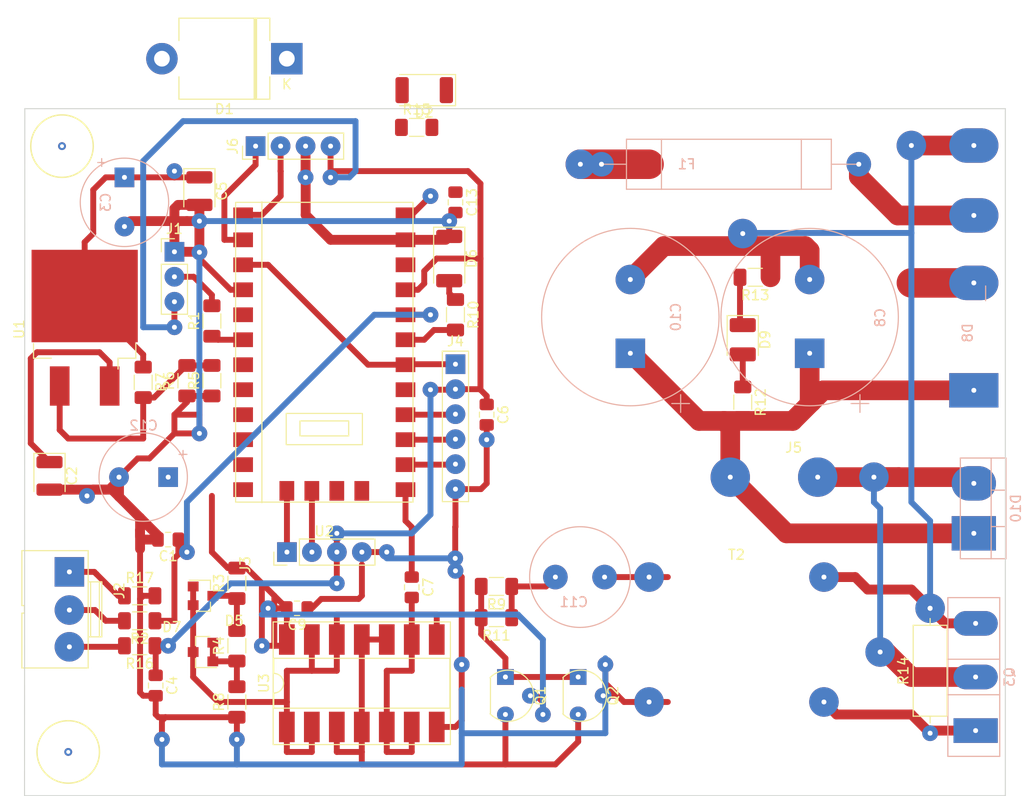
<source format=kicad_pcb>
(kicad_pcb (version 20211014) (generator pcbnew)
  (layers (0 "F.Cu" signal) (31 "B.Cu" signal) (34 "B.Paste" user) (35 "F.Paste" user) (36 "B.SilkS" user "B.Silkscreen") (37 "F.SilkS" user "F.Silkscreen") (38 "B.Mask" user) (39 "F.Mask" user) (44 "Edge.Cuts" user))
  (net 0 "")
  (net 1 "V_Ctrl")
  (net 2 "GND")
  (net 3 "+22V")
  (net 4 "+5V")
  (net 5 "/+14V")
  (net 6 "PWM")
  (net 7 "Net-(C7-Pad2)")
  (net 8 "Net-(C10-Pad1)")
  (net 9 "Net-(Q1-Pad1)")
  (net 10 "Net-(R1-Pad1)")
  (net 11 "Net-(J1-Pad2)")
  (net 12 "Net-(J2-Pad2)")
  (net 13 "Net-(R5-Pad2)")
  (net 14 "Net-(D6-Pad2)")
  (net 15 "Net-(R10-Pad2)")
  (net 16 "GNDPWR")
  (net 17 "Net-(J2-Pad3)")
  (net 18 "Net-(J2-Pad1)")
  (net 19 "Net-(C11-Pad1)")
  (net 20 "MOSI")
  (net 21 "MISO")
  (net 22 "SLK")
  (net 23 "Net-(C11-Pad2)")
  (net 25 "RX")
  (net 26 "TX")
  (net 27 "RST")
  (net 33 "SDA")
  (net 34 "SCL")
  (net 37 "Net-(D5-Pad1)")
  (net 38 "Net-(D7-Pad2)")
  (net 39 "/220V_L")
  (net 40 "AC220V_N")
  (net 42 "Net-(D10-Pad2)")
  (net 43 "AC220V_L")
  (net 44 "Net-(Q1-Pad3)")
  (net 45 "Net-(Q3-Pad1)")
  (net 46 "Net-(D9-Pad1)")
  (net 48 "Net-(D9-Pad2)")
  (net 49 "/+11V")
  (net 50 "Net-(D1-Pad1)")
  (footprint "PCB_Library:TO-263-2" (layer "F.Cu") (at 93.745 68.145 90)
    (fp_text reference "U1")
    (fp_text value "LM317_TO-220")
  )
  (footprint "PCB_Library:TO-92_delta" (layer "F.Cu") (at 143.921728 104.140001 -90)
    (fp_text reference "Q2")
    (fp_text value "BC639")
  )
  (footprint "Capacitor_SMD:C_0805_2012Metric_Pad1.18x1.45mm_HandSolder" (layer "F.Cu") (at 102.235 89.535 180)
    (fp_text reference "C1")
    (fp_text value "10nF")
  )
  (footprint "PCB_Library:TO-92_delta" (layer "F.Cu") (at 136.525 104.140001 -90)
    (fp_text reference "Q1")
    (fp_text value "BC640")
  )
  (footprint "Resistor_SMD:R_1206_3216Metric_Pad1.30x1.75mm_HandSolder" (layer "F.Cu") (at 135.61 97.4725 180)
    (fp_text reference "R11")
    (fp_text value "10")
  )
  (footprint "LED_SMD:LED_1210_3225Metric" (layer "F.Cu") (at 105.41 54.105 -90)
    (fp_text reference "C5")
    (fp_text value "100nF")
  )
  (footprint "PCB_Library:JWT_1x03_P3.96mm_Vertical" (layer "F.Cu") (at 92.19 92.817 -90)
    (fp_text reference "J2")
    (fp_text value "Conn_01x03")
  )
  (footprint "Resistor_SMD:R_1206_3216Metric_Pad1.30x1.75mm_HandSolder" (layer "F.Cu") (at 99.34 97.79 180)
    (fp_text reference "R2")
    (fp_text value "220")
  )
  (footprint "Resistor_SMD:R_1206_3216Metric_Pad1.30x1.75mm_HandSolder" (layer "F.Cu") (at 99.34 95.25)
    (fp_text reference "R17")
    (fp_text value "4.7k")
  )
  (footprint "Capacitor_SMD:C_0805_2012Metric_Pad1.18x1.45mm_HandSolder" (layer "F.Cu") (at 100.965 104.3725 -90)
    (fp_text reference "C4")
    (fp_text value "100nF")
  )
  (footprint "Capacitor_SMD:C_0805_2012Metric_Pad1.18x1.45mm_HandSolder" (layer "F.Cu") (at 131.445 55.245 -90)
    (fp_text reference "C13")
    (fp_text value "100nF")
  )
  (footprint "LED_SMD:LED_2010_5025Metric" (layer "F.Cu") (at 128.27 43.835 180)
    (fp_text reference "D2")
    (fp_text value "LED")
  )
  (footprint "Resistor_SMD:R_1206_3216Metric_Pad1.30x1.75mm_HandSolder" (layer "F.Cu") (at 161.925 62.865 180)
    (fp_text reference "R13")
    (fp_text value "47K")
  )
  (footprint "LED_SMD:LED_2010_5025Metric" (layer "F.Cu") (at 130.81 60.96 -90)
    (fp_text reference "D6")
    (fp_text value "LED")
  )
  (footprint "Resistor_SMD:R_1206_3216Metric_Pad1.30x1.75mm_HandSolder" (layer "F.Cu") (at 99.34 100.33 180)
    (fp_text reference "R16")
    (fp_text value "4.7k")
  )
  (footprint "Resistor_SMD:R_1206_3216Metric_Pad1.30x1.75mm_HandSolder" (layer "F.Cu") (at 104.14 73.38 90)
    (fp_text reference "R6")
    (fp_text value "NC")
  )
  (footprint "PCB_Library:D_SOT-23_ANK" (layer "F.Cu") (at 105.775 95.25)
    (fp_text reference "D5")
    (fp_text value "Bat54")
  )
  (footprint "Resistor_THT:R_Axial_DIN0309_L9.0mm_D3.2mm_P12.70mm_Horizontal" (layer "F.Cu") (at 179.705 109.22 90)
    (fp_text reference "R14")
    (fp_text value "100")
  )
  (footprint "Resistor_SMD:R_1206_3216Metric_Pad1.30x1.75mm_HandSolder" (layer "F.Cu") (at 131.445 66.675 -90)
    (fp_text reference "R10")
    (fp_text value "220")
  )
  (footprint "PCB_Library:GG_Arduino_Pro_MiniEVB" (layer "F.Cu") (at 118.11 70.485 180)
    (fp_text reference "U2")
    (fp_text value "Arduino_Pro_mini")
  )
  (footprint "Resistor_SMD:R_1206_3216Metric_Pad1.30x1.75mm_HandSolder" (layer "F.Cu") (at 109.22 93.98 90)
    (fp_text reference "R3")
    (fp_text value "1K")
  )
  (footprint "PCB_Library:GG_PinHeader_1x04" (layer "F.Cu") (at 114.31 90.805 90)
    (fp_text reference "J3")
    (fp_text value "Conn_01x04")
  )
  (footprint "Diode_THT:D_5KPW_P12.70mm_Horizontal" (layer "F.Cu") (at 114.3 40.64 180)
    (fp_text reference "D1")
    (fp_text value "D")
  )
  (footprint "Resistor_SMD:R_1206_3216Metric_Pad1.30x1.75mm_HandSolder" (layer "F.Cu") (at 127.5 47.625)
    (fp_text reference "R15")
    (fp_text value "220")
  )
  (footprint "PCB_Library:Transformer_Toroid_Horizontal_D18.0mm" (layer "F.Cu") (at 152.4 104.775)
    (fp_text reference "T2")
    (fp_text value "Transformer_1P_1S")
  )
  (footprint "Resistor_SMD:R_1206_3216Metric_Pad1.30x1.75mm_HandSolder" (layer "F.Cu") (at 106.68 67.31 90)
    (fp_text reference "R1")
    (fp_text value "1K")
  )
  (footprint "PCB_Library:MotorConnector_2" (layer "F.Cu") (at 161.925 83.185)
    (fp_text reference "J5")
    (fp_text value "Motor_x02")
  )
  (footprint "Capacitor_SMD:C_0805_2012Metric_Pad1.18x1.45mm_HandSolder" (layer "F.Cu") (at 134.62 76.835 -90)
    (fp_text reference "C6")
    (fp_text value "100nF")
  )
  (footprint "PCB_Library:GG_PinHeader_1x03" (layer "F.Cu") (at 102.87 60.2725)
    (fp_text reference "J1")
    (fp_text value "Conn_01x03")
  )
  (footprint "LED_SMD:LED_1210_3225Metric" (layer "F.Cu") (at 90.17 83.055 -90)
    (fp_text reference "C2")
    (fp_text value "100nF")
  )
  (footprint "Resistor_SMD:R_1206_3216Metric_Pad1.30x1.75mm_HandSolder" (layer "F.Cu") (at 109.22 106.045 90)
    (fp_text reference "R8")
    (fp_text value "1K")
  )
  (footprint "Resistor_SMD:R_1206_3216Metric_Pad1.30x1.75mm_HandSolder" (layer "F.Cu") (at 160.655 75.565 -90)
    (fp_text reference "R12")
    (fp_text value "47K")
  )
  (footprint "PCB_Library:D_SOT-23_ANK" (layer "F.Cu") (at 105.775 100.965 180)
    (fp_text reference "D7")
    (fp_text value "Bat54")
  )
  (footprint "Resistor_SMD:R_1206_3216Metric_Pad1.30x1.75mm_HandSolder" (layer "F.Cu") (at 106.68 73.38 90)
    (fp_text reference "R5")
    (fp_text value "2.2K")
  )
  (footprint "LED_SMD:LED_1210_3225Metric_Pad1.42x2.65mm_HandSolder" (layer "F.Cu") (at 160.655 69.215 -90)
    (fp_text reference "D9")
    (fp_text value "LED")
  )
  (footprint "Capacitor_SMD:C_0805_2012Metric_Pad1.18x1.45mm_HandSolder" (layer "F.Cu") (at 115.3375 96.52 180)
    (fp_text reference "C9")
    (fp_text value "100nF")
  )
  (footprint "Resistor_SMD:R_1206_3216Metric_Pad1.30x1.75mm_HandSolder" (layer "F.Cu") (at 109.22 100.33 90)
    (fp_text reference "R4")
    (fp_text value "1K")
  )
  (footprint "PCB_Library:GG_PinHeader_1x06" (layer "F.Cu") (at 131.445 71.7025)
    (fp_text reference "J4")
    (fp_text value "Conn_01x06")
  )
  (footprint "PCB_Library:GG_PinHeader_1x04" (layer "F.Cu") (at 111.125 49.53 90)
    (fp_text reference "J6")
    (fp_text value "Conn_01x04")
  )
  (footprint "Resistor_SMD:R_1206_3216Metric_Pad1.30x1.75mm_HandSolder" (layer "F.Cu") (at 135.61 94.2975 180)
    (fp_text reference "R9")
    (fp_text value "10")
  )
  (footprint "Package_DIP:DIP-14_W8.89mm_SMDSocket_LongPads" (layer "F.Cu") (at 121.92 104.14 90)
    (fp_text reference "U3")
    (fp_text value "4071")
  )
  (footprint "Resistor_SMD:R_1206_3216Metric_Pad1.30x1.75mm_HandSolder" (layer "F.Cu") (at 99.695 73.545 -90)
    (fp_text reference "R7")
    (fp_text value "220")
  )
  (footprint "Capacitor_SMD:C_0805_2012Metric_Pad1.18x1.45mm_HandSolder" (layer "F.Cu") (at 127 94.3825 -90)
    (fp_text reference "C7")
    (fp_text value "47nF")
  )
  (footprint "Package_TO_SOT_THT:TO-247-3_Vertical" (layer "B.Cu") (at 184.33 108.955 90)
    (fp_text reference "Q3")
    (fp_text value "Q_NMOS_GDS")
  )
  (footprint "PCB_Library:CP_Radial_D18.0mm_P7.50mm" (layer "B.Cu") (at 167.457182 70.591781 90)
    (fp_text reference "C8")
    (fp_text value "100mf")
  )
  (footprint "PCB_Library:CP_Radial_D18.0mm_P7.50mm" (layer "B.Cu") (at 149.225 70.591781 90)
    (fp_text reference "C10")
    (fp_text value "100mf")
  )
  (footprint "PCB_Library:CP_Radial_D8.0mm_P5.00mm" (layer "B.Cu") (at 102.235 83.185 180)
    (fp_text reference "C12")
    (fp_text value "1000mF")
  )
  (footprint "PCB_Library:CP_Radial_D8.0mm_P5.00mm" (layer "B.Cu") (at 97.79 52.705 -90)
    (fp_text reference "C3")
    (fp_text value "220mF")
  )
  (footprint "PCB_Library:Diode_Bridge_300V" (layer "B.Cu") (at 184.15 67.2465 90)
    (fp_text reference "D8")
    (fp_text value "D_Bridge_-AA+")
  )
  (footprint "PCB_Library:D_TO-220-2_Vertical" (layer "B.Cu") (at 184.15 88.9 90)
    (fp_text reference "D10")
    (fp_text value "RHRP15120")
  )
  (footprint "PCB_Library:Fuse_5X20" (layer "B.Cu") (at 146.292 51.3715)
    (fp_text reference "F1")
    (fp_text value "Fuse")
  )
  (footprint "PCB_Library:C_Film_5.08" (layer "B.Cu") (at 141.605 93.345)
    (fp_text reference "C11")
    (fp_text value "4.7uF")
  )
  (gr_circle (center 92.075 111.125) (end 93.98 113.665) (layer "F.SilkS") (width 0.15) (fill none))
  (gr_circle (center 91.44 49.53) (end 93.345 52.07) (layer "F.SilkS") (width 0.15) (fill none))
  (gr_line (start 187.352349 115.57) (end 87.63 115.57) (layer "Edge.Cuts") (width 0.1))
  (gr_line (start 87.657349 45.72) (end 187.352349 45.72) (layer "Edge.Cuts") (width 0.1))
  (gr_line (start 87.63 115.57) (end 87.657349 45.72) (layer "Edge.Cuts") (width 0.1))
  (gr_line (start 187.352349 115.57) (end 187.352349 45.72) (layer "Edge.Cuts") (width 0.1))
  (via (at 92.075 111.125) (size 0.8) (drill 0.4) (layers "F.Cu" "B.Cu") (net 0))
  (via (at 91.44 49.53) (size 0.8) (drill 0.4) (layers "F.Cu" "B.Cu") (net 0))
  (segment (start 102.87 97.79) (end 100.89 97.79) (width 0.6) (layer "F.Cu") (net 1))
  (segment (start 103.2725 89.535) (end 103.2725 91.0375) (width 0.6) (layer "F.Cu") (net 1))
  (segment (start 103.505 90.805) (end 103.2725 91.0375) (width 0.6) (layer "F.Cu") (net 1))
  (segment (start 103.2725 91.0375) (end 102.87 91.44) (width 0.6) (layer "F.Cu") (net 1))
  (segment (start 104.14 90.805) (end 103.505 90.805) (width 0.6) (layer "F.Cu") (net 1))
  (segment (start 102.87 91.44) (end 102.87 97.79) (width 0.6) (layer "F.Cu") (net 1))
  (segment (start 126.365 66.675) (end 128.905 66.675) (width 0.6) (layer "F.Cu") (net 1))
  (via (at 128.905 66.675) (size 1.6) (drill 0.5) (layers "F.Cu" "B.Cu") (net 1))
  (via (at 104.14 90.805) (size 1.6) (drill 0.5) (layers "F.Cu" "B.Cu") (net 1))
  (segment (start 123.19 66.675) (end 104.14 85.725) (width 0.6) (layer "B.Cu") (net 1))
  (segment (start 104.14 85.725) (end 104.14 90.805) (width 0.6) (layer "B.Cu") (net 1))
  (segment (start 128.905 66.675) (end 123.19 66.675) (width 0.6) (layer "B.Cu") (net 1))
  (segment (start 132.08 104.775) (end 132.08 107.95) (width 0.6) (layer "F.Cu") (net 2))
  (segment (start 146.685 104.14) (end 146.685 105.186729) (width 0.6) (layer "F.Cu") (net 2))
  (segment (start 101.1975 89.535) (end 99.695 89.535) (width 1) (layer "F.Cu") (net 2))
  (segment (start 101.1975 89.1325) (end 101.1975 89.535) (width 1) (layer "F.Cu") (net 2))
  (segment (start 116.375 96.52) (end 116.84 96.52) (width 0.6) (layer "F.Cu") (net 2))
  (segment (start 102.87 76.835) (end 105.41 76.835) (width 0.6) (layer "F.Cu") (net 2))
  (segment (start 109.855 64.135) (end 108.585 64.135) (width 0.6) (layer "F.Cu") (net 2))
  (segment (start 99.3775 87.3125) (end 101.1975 89.1325) (width 1) (layer "F.Cu") (net 2))
  (segment (start 132.08 93.345) (end 132.08 104.775) (width 0.6) (layer "F.Cu") (net 2))
  (segment (start 121.93 95.24) (end 121.93 92.075) (width 0.6) (layer "F.Cu") (net 2))
  (segment (start 99.695 105.41) (end 99.3775 105.0925) (width 0.6) (layer "F.Cu") (net 2))
  (segment (start 121.6025 95.5675) (end 117.7925 95.5675) (width 0.6) (layer "F.Cu") (net 2))
  (segment (start 104.14 57.15) (end 98.425 57.15) (width 1) (layer "F.Cu") (net 2))
  (segment (start 100.965 105.41) (end 99.695 105.41) (width 0.6) (layer "F.Cu") (net 2))
  (segment (start 131.445 88.216328) (end 131.445 84.4025) (width 0.6) (layer "F.Cu") (net 2))
  (segment (start 99.695 89.535) (end 99.3775 89.2175) (width 0.6) (layer "F.Cu") (net 2))
  (segment (start 96.52 84.455) (end 97.235 85.17) (width 1) (layer "F.Cu") (net 2))
  (segment (start 147.955 105.41) (end 146.685 104.14) (width 0.6) (layer "F.Cu") (net 2))
  (segment (start 131.445 92.71) (end 132.08 93.345) (width 0.6) (layer "F.Cu") (net 2))
  (segment (start 116.215 52.07) (end 116.205 52.06) (width 1) (layer "F.Cu") (net 2))
  (segment (start 102.87 60.2725) (end 102.87 57.785) (width 1) (layer "F.Cu") (net 2))
  (segment (start 102.87 57.785) (end 102.87 55.88) (width 1) (layer "F.Cu") (net 2))
  (segment (start 99.3775 105.0925) (end 99.3775 95.5675) (width 0.6) (layer "F.Cu") (net 2))
  (segment (start 101.245 107.595) (end 101.955 107.595) (width 0.6) (layer "F.Cu") (net 2))
  (segment (start 130.81 57.15) (end 130.81 58.71) (width 0.6) (layer "F.Cu") (net 2))
  (segment (start 103.505 57.15) (end 104.14 57.15) (width 0.6) (layer "F.Cu") (net 2))
  (segment (start 116.205 52.06) (end 116.205 49.53) (width 1) (layer "F.Cu") (net 2))
  (segment (start 132.08 107.95) (end 131.445 108.585) (width 0.6) (layer "F.Cu") (net 2))
  (segment (start 104.7225 60.2725) (end 102.87 60.2725) (width 1) (layer "F.Cu") (net 2))
  (segment (start 105.41 74.93) (end 104.14 74.93) (width 0.6) (layer "F.Cu") (net 2))
  (segment (start 129.54 108.585) (end 131.445 108.585) (width 0.6) (layer "F.Cu") (net 2))
  (segment (start 117.7925 95.5675) (end 116.84 96.52) (width 0.6) (layer "F.Cu") (net 2))
  (segment (start 97.235 83.185) (end 97.235 85.17) (width 1) (layer "F.Cu") (net 2))
  (segment (start 100.89 95.25) (end 99.695 95.25) (width 0.6) (layer "F.Cu") (net 2))
  (segment (start 100.965 105.41) (end 100.965 107.315) (width 0.6) (layer "F.Cu") (net 2))
  (segment (start 121.93 90.805) (end 123.825 90.805) (width 0.6) (layer "F.Cu") (net 2))
  (segment (start 90.17 84.455) (end 94.615 84.455) (width 1) (layer "F.Cu") (net 2))
  (segment (start 130.465 59.055) (end 130.81 58.71) (width 0.6) (layer "F.Cu") (net 2))
  (segment (start 105.41 57.15) (end 105.41 55.505) (width 1) (layer "F.Cu") (net 2))
  (segment (start 131.445 84.4025) (end 134.0375 84.4025) (width 0.6) (layer "F.Cu") (net 2))
  (segment (start 134.0375 84.4025) (end 134.62 83.82) (width 0.6) (layer "F.Cu") (net 2))
  (segment (start 105.41 57.15) (end 105.41 60.325) (width 1) (layer "F.Cu") (net 2))
  (segment (start 99.3775 88.5825) (end 99.3775 90.4875) (width 1) (layer "F.Cu") (net 2))
  (segment (start 131.420664 91.44) (end 131.420664 88.240664) (width 0.6) (layer "F.Cu") (net 2))
  (segment (start 108.585 64.135) (end 104.7225 60.2725) (width 0.6) (layer "F.Cu") (net 2))
  (segment (start 96.52 84.455) (end 95.965 84.455) (width 0.6) (layer "F.Cu") (net 2))
  (segment (start 146.685 102.235) (end 146.685 104.14) (width 0.6) (layer "F.Cu") (net 2))
  (segment (start 104.14 57.15) (end 105.41 57.15) (width 1) (layer "F.Cu") (net 2))
  (segment (start 134.62 83.82) (end 134.62 77.8725) (width 0.6) (layer "F.Cu") (net 2))
  (segment (start 99.3775 88.5825) (end 99.3775 89.2175) (width 1) (layer "F.Cu") (net 2))
  (segment (start 116.215 56.525) (end 118.745 59.055) (width 1) (layer "F.Cu") (net 2))
  (segment (start 103.245 55.505) (end 102.87 55.88) (width 1) (layer "F.Cu") (net 2))
  (segment (start 109.22 107.595) (end 109.22 109.855) (width 0.6) (layer "F.Cu") (net 2))
  (segment (start 97.235 83.185) (end 99.14 81.28) (width 0.6) (layer "F.Cu") (net 2))
  (segment (start 102.87 76.835) (end 104.14 75.565) (width 0.6) (layer "F.Cu") (net 2))
  (segment (start 106.68 74.93) (end 105.41 74.93) (width 0.6) (layer "F.Cu") (net 2))
  (segment (start 95.965 84.455) (end 97.235 83.185) (width 0.6) (layer "F.Cu") (net 2))
  (segment (start 101.6 109.855) (end 101.6 107.95) (width 0.6) (layer "F.Cu") (net 2))
  (segment (start 100.33 81.28) (end 102.87 78.74) (width 0.6) (layer "F.Cu") (net 2))
  (segment (start 116.215 56.525) (end 116.215 52.07) (width 1) (layer "F.Cu") (net 2))
  (segment (start 99.3775 87.3125) (end 99.3775 88.5825) (width 1) (layer "F.Cu") (net 2))
  (segment (start 99.3775 90.4875) (end 99.3775 89.2175) (width 0.6) (layer "F.Cu") (net 2))
  (segment (start 94.615 84.455) (end 96.52 84.455) (width 1) (layer "F.Cu") (net 2))
  (segment (start 99.14 81.28) (end 100.33 81.28) (width 0.6) (layer "F.Cu") (net 2))
  (segment (start 99.695 95.25) (end 99.3775 95.5675) (width 0.6) (layer "F.Cu") (net 2))
  (segment (start 101.955 107.595) (end 109.22 107.595) (width 0.6) (layer "F.Cu") (net 2))
  (segment (start 94.615 84.455) (end 95.965 84.455) (width 1) (layer "F.Cu") (net 2))
  (segment (start 99.3775 95.5675) (end 99.3775 90.4875) (width 0.6) (layer "F.Cu") (net 2))
  (segment (start 102.87 57.785) (end 103.505 57.15) (width 0.6) (layer "F.Cu") (net 2))
  (segment (start 126.365 59.055) (end 118.745 59.055) (width 1) (layer "F.Cu") (net 2))
  (segment (start 105.41 55.505) (end 103.245 55.505) (width 1) (layer "F.Cu") (net 2))
  (segment (start 121.6025 95.5675) (end 121.93 95.24) (width 0.6) (layer "F.Cu") (net 2))
  (segment (start 131.420664 88.240664) (end 131.445 88.216328) (width 0.6) (layer "F.Cu") (net 2))
  (segment (start 105.41 78.74) (end 102.87 78.74) (width 0.6) (layer "F.Cu") (net 2))
  (segment (start 104.14 75.565) (end 104.14 74.93) (width 0.6) (layer "F.Cu") (net 2))
  (segment (start 102.87 78.74) (end 102.87 76.835) (width 0.6) (layer "F.Cu") (net 2))
  (segment (start 147.955001 105.410001) (end 147.955 105.41) (width 0.6) (layer "F.Cu") (net 2))
  (segment (start 148.59 106.045) (end 153.035 106.045) (width 0.6) (layer "F.Cu") (net 2))
  (segment (start 97.235 85.17) (end 99.3775 87.3125) (width 1) (layer "F.Cu") (net 2))
  (segment (start 105.41 74.93) (end 105.41 78.74) (width 0.6) (layer "F.Cu") (net 2))
  (segment (start 100.965 107.315) (end 101.245 107.595) (width 0.6) (layer "F.Cu") (net 2))
  (segment (start 146.685 105.186729) (end 146.461728 105.410001) (width 0.6) (layer "F.Cu") (net 2))
  (segment (start 126.365 59.055) (end 130.465 59.055) (width 1) (layer "F.Cu") (net 2))
  (segment (start 147.955 105.41) (end 148.59 106.045) (width 0.6) (layer "F.Cu") (net 2))
  (segment (start 146.461728 105.410001) (end 147.955001 105.410001) (width 0.6) (layer "F.Cu") (net 2))
  (segment (start 101.6 107.95) (end 101.955 107.595) (width 0.6) (layer "F.Cu") (net 2))
  (via (at 131.420664 91.44) (size 1.6) (drill 0.5) (layers "F.Cu" "B.Cu") (net 2))
  (via (at 116.205 52.705) (size 1.6) (drill 0.5) (layers "F.Cu" "B.Cu") (net 2))
  (via (at 93.98 85.09) (size 1.6) (drill 0.5) (layers "F.Cu" "B.Cu") (net 2))
  (via (at 101.6 109.855) (size 1.6) (drill 0.5) (layers "F.Cu" "B.Cu") (net 2))
  (via (at 105.41 78.74) (size 1.6) (drill 0.5) (layers "F.Cu" "B.Cu") (net 2))
  (via (at 109.22 109.855) (size 1.6) (drill 0.5) (layers "F.Cu" "B.Cu") (net 2))
  (via (at 134.62 79.375) (size 1.6) (drill 0.5) (layers "F.Cu" "B.Cu") (net 2))
  (via (at 124.46 90.805) (size 1.6) (drill 0.5) (layers "F.Cu" "B.Cu") (net 2))
  (via (at 130.81 57.15) (size 1.6) (drill 0.5) (layers "F.Cu" "B.Cu") (net 2))
  (via (at 105.41 57.15) (size 1.6) (drill 0.5) (layers "F.Cu" "B.Cu") (net 2))
  (via (at 131.445 92.71) (size 1.6) (drill 0.5) (layers "F.Cu" "B.Cu") (net 2))
  (via (at 105.41 60.325) (size 1.6) (drill 0.5) (layers "F.Cu" "B.Cu") (net 2))
  (via (at 146.685 102.235) (size 1.6) (drill 0.5) (layers "F.Cu" "B.Cu") (net 2))
  (via (at 132.08 102.235) (size 1.6) (drill 0.5) (layers "F.Cu" "B.Cu") (net 2))
  (segment (start 101.6 112.395) (end 101.6 109.855) (width 0.6) (layer "B.Cu") (net 2))
  (segment (start 132.08 109.22) (end 146.685 109.22) (width 0.6) (layer "B.Cu") (net 2))
  (segment (start 146.685 109.22) (end 146.685 101.6) (width 0.6) (layer "B.Cu") (net 2))
  (segment (start 105.41 60.325) (end 105.41 78.74) (width 0.6) (layer "B.Cu") (net 2))
  (segment (start 131.420664 91.44) (end 124.46 91.44) (width 0.6) (layer "B.Cu") (net 2))
  (segment (start 109.22 109.855) (end 109.22 112.395) (width 0.6) (layer "B.Cu") (net 2))
  (segment (start 132.08 112.395) (end 109.22 112.395) (width 0.6) (layer "B.Cu") (net 2))
  (segment (start 109.22 112.395) (end 101.6 112.395) (width 0.6) (layer "B.Cu") (net 2))
  (segment (start 132.08 112.395) (end 132.08 104.775) (width 0.6) (layer "B.Cu") (net 2))
  (segment (start 105.41 57.15) (end 130.81 57.15) (width 0.6) (layer "B.Cu") (net 2))
  (segment (start 88.9 70.485) (end 88.265 71.12) (width 0.6) (layer "F.Cu") (net 3))
  (segment (start 96.285 71.52) (end 95.25 70.485) (width 0.6) (layer "F.Cu") (net 3))
  (segment (start 88.265 79.75) (end 90.17 81.655) (width 0.6) (layer "F.Cu") (net 3))
  (segment (start 95.25 70.485) (end 88.9 70.485) (width 0.6) (layer "F.Cu") (net 3))
  (segment (start 96.285 73.92) (end 96.285 71.52) (width 0.6) (layer "F.Cu") (net 3))
  (segment (start 88.265 71.12) (end 88.265 79.75) (width 0.6) (layer "F.Cu") (net 3))
  (segment (start 128.905 74.295) (end 131.3925 74.295) (width 0.6) (layer "F.Cu") (net 4))
  (segment (start 133.985 60.96) (end 133.985 53.34) (width 0.6) (layer "F.Cu") (net 4))
  (segment (start 133.985 53.34) (end 132.715 52.07) (width 0.6) (layer "F.Cu") (net 4))
  (segment (start 119.38 90.815) (end 119.38 93.98) (width 0.6) (layer "F.Cu") (net 4))
  (segment (start 133.985 60.96) (end 129.54 60.96) (width 0.6) (layer "F.Cu") (net 4))
  (segment (start 100.965 100.405) (end 100.89 100.33) (width 0.6) (layer "F.Cu") (net 4))
  (segment (start 134.62 74.93) (end 134.62 75.7975) (width 0.6) (layer "F.Cu") (net 4))
  (segment (start 118.745 52.08) (end 118.755 52.07) (width 0.6) (layer "F.Cu") (net 4))
  (segment (start 119.38 90.795) (end 119.39 90.805) (width 0.6) (layer "F.Cu") (net 4))
  (segment (start 118.755 52.07) (end 132.715 52.07) (width 0.6) (layer "F.Cu") (net 4))
  (segment (start 133.9325 74.2425) (end 131.445 74.2425) (width 0.6) (layer "F.Cu") (net 4))
  (segment (start 131.3925 74.295) (end 131.445 74.2425) (width 0.6) (layer "F.Cu") (net 4))
  (segment (start 118.745 52.705) (end 118.745 52.08) (width 0.6) (layer "F.Cu") (net 4))
  (segment (start 133.985 74.295) (end 134.62 74.93) (width 0.6) (layer "F.Cu") (net 4))
  (segment (start 128.27 63.5) (end 127.635 64.135) (width 0.6) (layer "F.Cu") (net 4))
  (segment (start 129.54 60.96) (end 128.27 62.23) (width 0.6) (layer "F.Cu") (net 4))
  (segment (start 119.38 88.9) (end 119.38 90.795) (width 0.6) (layer "F.Cu") (net 4))
  (segment (start 102.87 65.3525) (end 102.87 67.945) (width 0.6) (layer "F.Cu") (net 4))
  (segment (start 100.89 100.33) (end 102.235 100.33) (width 0.6) (layer "F.Cu") (net 4))
  (segment (start 127.635 64.135) (end 126.365 64.135) (width 0.6) (layer "F.Cu") (net 4))
  (segment (start 133.985 60.96) (end 133.985 74.295) (width 0.6) (layer "F.Cu") (net 4))
  (segment (start 119.39 90.805) (end 119.38 90.815) (width 0.6) (layer "F.Cu") (net 4))
  (segment (start 100.965 103.335) (end 100.965 100.405) (width 0.6) (layer "F.Cu") (net 4))
  (segment (start 118.745 52.08) (end 118.745 49.53) (width 0.6) (layer "F.Cu") (net 4))
  (segment (start 128.27 62.23) (end 128.27 63.5) (width 0.6) (layer "F.Cu") (net 4))
  (via (at 102.87 67.945) (size 1.6) (drill 0.5) (layers "F.Cu" "B.Cu") (net 4))
  (via (at 118.745 52.705) (size 1.6) (drill 0.5) (layers "F.Cu" "B.Cu") (net 4))
  (via (at 119.38 93.98) (size 1.6) (drill 0.5) (layers "F.Cu" "B.Cu") (net 4))
  (via (at 119.38 88.9) (size 1.6) (drill 0.5) (layers "F.Cu" "B.Cu") (net 4))
  (via (at 102.235 100.33) (size 1.6) (drill 0.5) (layers "F.Cu" "B.Cu") (net 4))
  (via (at 128.905 74.295) (size 1.6) (drill 0.5) (layers "F.Cu" "B.Cu") (net 4))
  (segment (start 121.285 46.99) (end 121.285 52.07) (width 0.6) (layer "B.Cu") (net 4))
  (segment (start 128.905 86.995) (end 128.905 74.295) (width 0.6) (layer "B.Cu") (net 4))
  (segment (start 108.585 93.98) (end 119.38 93.98) (width 0.6) (layer "B.Cu") (net 4))
  (segment (start 99.695 67.945) (end 99.695 51.042671) (width 0.6) (layer "B.Cu") (net 4))
  (segment (start 99.695 51.042671) (end 103.747671 46.99) (width 0.6) (layer "B.Cu") (net 4))
  (segment (start 127 88.9) (end 119.38 88.9) (width 0.6) (layer "B.Cu") (net 4))
  (segment (start 120.65 52.705) (end 118.745 52.705) (width 0.6) (layer "B.Cu") (net 4))
  (segment (start 102.87 67.945) (end 99.695 67.945) (width 0.6) (layer "B.Cu") (net 4))
  (segment (start 102.235 100.33) (end 108.585 93.98) (width 0.6) (layer "B.Cu") (net 4))
  (segment (start 103.747671 46.99) (end 121.285 46.99) (width 0.6) (layer "B.Cu") (net 4))
  (segment (start 121.285 52.07) (end 120.65 52.705) (width 0.6) (layer "B.Cu") (net 4))
  (segment (start 128.905 86.995) (end 127 88.9) (width 0.6) (layer "B.Cu") (net 4))
  (segment (start 111.76 100.33) (end 113.665 100.33) (width 0.6) (layer "F.Cu") (net 5))
  (segment (start 113.665 100.33) (end 114.3 99.695) (width 0.6) (layer "F.Cu") (net 5))
  (segment (start 113.03 100.33) (end 113.03 95.25) (width 0.6) (layer "F.Cu") (net 5))
  (segment (start 114.3 96.52) (end 114.3 99.695) (width 0.6) (layer "F.Cu") (net 5))
  (segment (start 113.03 95.25) (end 114.3 96.52) (width 0.6) (layer "F.Cu") (net 5))
  (segment (start 102.87 52.705) (end 97.79 52.705) (width 0.6) (layer "F.Cu") (net 5))
  (segment (start 139.7 105.41) (end 140.335 106.045) (width 0.6) (layer "F.Cu") (net 5))
  (segment (start 108.305 92.43) (end 109.22 92.43) (width 0.6) (layer "F.Cu") (net 5))
  (segment (start 114.3 96.52) (end 112.395 96.52) (width 0.6) (layer "F.Cu") (net 5))
  (segment (start 109.22 92.43) (end 110.21 92.43) (width 0.6) (layer "F.Cu") (net 5))
  (segment (start 139.065 105.410001) (end 139.7 105.41) (width 0.6) (layer "F.Cu") (net 5))
  (segment (start 93.745 59.29) (end 93.745 64.77) (width 0.6) (layer "F.Cu") (net 5))
  (segment (start 106.68 90.805) (end 108.305 92.43) (width 0.6) (layer "F.Cu") (net 5))
  (segment (start 99.695 71.995) (end 99.695 70.72) (width 0.6) (layer "F.Cu") (net 5))
  (segment (start 111.76 97.155) (end 112.395 96.52) (width 0.6) (layer "F.Cu") (net 5))
  (segment (start 102.87 52.705) (end 102.87 52.07) (width 0.6) (layer "F.Cu") (net 5))
  (segment (start 99.695 70.72) (end 93.745 64.77) (width 0.6) (layer "F.Cu") (net 5))
  (segment (start 95.885 52.705) (end 94.615 53.975) (width 0.6) (layer "F.Cu") (net 5))
  (segment (start 105.41 52.705) (end 102.87 52.705) (width 0.6) (layer "F.Cu") (net 5))
  (segment (start 94.615 53.975) (end 94.615 58.42) (width 0.6) (layer "F.Cu") (net 5))
  (segment (start 111.76 93.98) (end 113.03 95.25) (width 0.6) (layer "F.Cu") (net 5))
  (segment (start 106.68 85.09) (end 106.68 90.805) (width 0.6) (layer "F.Cu") (net 5))
  (segment (start 110.21 92.43) (end 111.76 93.98) (width 0.6) (layer "F.Cu") (net 5))
  (segment (start 140.335 106.045) (end 140.335 107.315) (width 0.6) (layer "F.Cu") (net 5))
  (segment (start 94.615 58.42) (end 93.745 59.29) (width 0.6) (layer "F.Cu") (net 5))
  (segment (start 97.79 52.705) (end 95.885 52.705) (width 0.6) (layer "F.Cu") (net 5))
  (segment (start 111.76 100.33) (end 111.76 93.98) (width 0.6) (layer "F.Cu") (net 5))
  (via (at 140.335 107.315) (size 1.6) (drill 0.5) (layers "F.Cu" "B.Cu") (net 5))
  (via (at 112.395 96.52) (size 1.6) (drill 0.5) (layers "F.Cu" "B.Cu") (net 5))
  (via (at 102.87 52.07) (size 1.6) (drill 0.5) (layers "F.Cu" "B.Cu") (net 5))
  (via (at 111.76 100.33) (size 1.6) (drill 0.5) (layers "F.Cu" "B.Cu") (net 5))
  (segment (start 111.76 97.155) (end 137.795 97.155) (width 0.6) (layer "B.Cu") (net 5))
  (segment (start 140.335 99.695) (end 137.795 97.155) (width 0.6) (layer "B.Cu") (net 5))
  (segment (start 140.335 107.315) (end 140.335 99.695) (width 0.6) (layer "B.Cu") (net 5))
  (segment (start 126.365 87.63) (end 126.365 84.455) (width 0.6) (layer "F.Cu") (net 6))
  (segment (start 127 88.265) (end 127 93.345) (width 0.6) (layer "F.Cu") (net 6))
  (segment (start 126.365 87.63) (end 127 88.265) (width 0.6) (layer "F.Cu") (net 6))
  (segment (start 114.3 111.125) (end 116.84 111.125) (width 0.6) (layer "F.Cu") (net 7))
  (segment (start 119.38 97.155) (end 119.38 99.695) (width 0.6) (layer "F.Cu") (net 7))
  (segment (start 114.3 102.87) (end 114.3 106.045) (width 0.6) (layer "F.Cu") (net 7))
  (segment (start 116.84 111.125) (end 116.84 108.585) (width 0.6) (layer "F.Cu") (net 7))
  (segment (start 124.46 102.87) (end 127 102.87) (width 0.6) (layer "F.Cu") (net 7))
  (segment (start 116.84 102.87) (end 116.84 99.695) (width 0.6) (layer "F.Cu") (net 7))
  (segment (start 127 95.42) (end 127 97.155) (width 0.6) (layer "F.Cu") (net 7))
  (segment (start 127 97.155) (end 127 99.695) (width 0.6) (layer "F.Cu") (net 7))
  (segment (start 107.315 106.045) (end 114.3 106.045) (width 0.6) (layer "F.Cu") (net 7))
  (segment (start 124.46 108.585) (end 124.46 111.125) (width 0.6) (layer "F.Cu") (net 7))
  (segment (start 129.54 97.155) (end 127 97.155) (width 0.6) (layer "F.Cu") (net 7))
  (segment (start 104.775 100.965) (end 104.775 103.505) (width 0.6) (layer "F.Cu") (net 7))
  (segment (start 114.3 106.045) (end 114.3 108.585) (width 0.6) (layer "F.Cu") (net 7))
  (segment (start 104.775 103.505) (end 107.315 106.045) (width 0.6) (layer "F.Cu") (net 7))
  (segment (start 116.84 102.87) (end 114.3 102.87) (width 0.6) (layer "F.Cu") (net 7))
  (segment (start 114.3 108.585) (end 114.3 111.125) (width 0.6) (layer "F.Cu") (net 7))
  (segment (start 124.46 111.125) (end 127 111.125) (width 0.6) (layer "F.Cu") (net 7))
  (segment (start 127 97.155) (end 119.38 97.155) (width 0.6) (layer "F.Cu") (net 7))
  (segment (start 104.775 100.965) (end 104.775 96.2) (width 0.6) (layer "F.Cu") (net 7))
  (segment (start 127 111.125) (end 127 108.585) (width 0.6) (layer "F.Cu") (net 7))
  (segment (start 104.775 96.2) (end 104.775 94.3) (width 0.6) (layer "F.Cu") (net 7))
  (segment (start 124.46 102.87) (end 124.46 108.585) (width 0.6) (layer "F.Cu") (net 7))
  (segment (start 119.38 99.695) (end 119.38 102.87) (width 0.6) (layer "F.Cu") (net 7))
  (segment (start 119.38 102.87) (end 116.84 102.87) (width 0.6) (layer "F.Cu") (net 7))
  (segment (start 127 102.87) (end 127 99.695) (width 0.6) (layer "F.Cu") (net 7))
  (segment (start 129.54 99.695) (end 129.54 97.155) (width 0.6) (layer "F.Cu") (net 7))
  (segment (start 156.21 77.47) (end 149.331781 70.591781) (width 2) (layer "F.Cu") (net 8))
  (segment (start 158.75 77.47) (end 156.21 77.47) (width 2) (layer "F.Cu") (net 8))
  (segment (start 158.75 77.47) (end 165.735 77.47) (width 2) (layer "F.Cu") (net 8))
  (segment (start 158.75 77.47) (end 159.385 78.105) (width 2) (layer "F.Cu") (net 8))
  (segment (start 165.1 88.9) (end 159.385 83.185) (width 2) (layer "F.Cu") (net 8))
  (segment (start 168.8465 74.3585) (end 184.15 74.3585) (width 2) (layer "F.Cu") (net 8))
  (segment (start 167.457182 75.382182) (end 167.457182 70.591781) (width 2) (layer "F.Cu") (net 8))
  (segment (start 167.64 75.565) (end 167.457182 75.382182) (width 2) (layer "F.Cu") (net 8))
  (segment (start 184.15 88.9) (end 165.1 88.9) (width 2) (layer "F.Cu") (net 8))
  (segment (start 149.331781 70.591781) (end 149.225 70.591781) (width 2) (layer "F.Cu") (net 8))
  (segment (start 165.735 77.47) (end 167.64 75.565) (width 2) (layer "F.Cu") (net 8))
  (segment (start 167.64 75.565) (end 168.8465 74.3585) (width 2) (layer "F.Cu") (net 8))
  (segment (start 159.385 78.105) (end 159.385 83.185) (width 2) (layer "F.Cu") (net 8))
  (segment (start 136.525 101.6) (end 136.525 103.505001) (width 0.6) (layer "F.Cu") (net 9))
  (segment (start 134.06 99.135) (end 136.525 101.6) (width 0.6) (layer "F.Cu") (net 9))
  (segment (start 134.06 94.2975) (end 134.06 97.4725) (width 0.6) (layer "F.Cu") (net 9))
  (segment (start 134.06 97.4725) (end 134.06 99.135) (width 0.6) (layer "F.Cu") (net 9))
  (segment (start 136.525 103.505001) (end 143.921728 103.505001) (width 0.6) (layer "F.Cu") (net 9))
  (segment (start 107.315 69.215) (end 109.855 69.215) (width 0.6) (layer "F.Cu") (net 10))
  (segment (start 106.96 68.86) (end 107.315 69.215) (width 0.6) (layer "F.Cu") (net 10))
  (segment (start 106.68 68.86) (end 106.96 68.86) (width 0.6) (layer "F.Cu") (net 10))
  (segment (start 106.68 64.665) (end 104.8275 62.8125) (width 0.6) (layer "F.Cu") (net 11))
  (segment (start 104.8275 62.8125) (end 102.87 62.8125) (width 0.6) (layer "F.Cu") (net 11))
  (segment (start 106.68 65.76) (end 106.68 64.665) (width 0.6) (layer "F.Cu") (net 11))
  (segment (start 94.9325 96.8375) (end 94.792 96.697) (width 0.6) (layer "F.Cu") (net 12))
  (segment (start 95.885 97.79) (end 97.79 97.79) (width 0.6) (layer "F.Cu") (net 12))
  (segment (start 94.9325 96.8375) (end 95.885 97.79) (width 0.6) (layer "F.Cu") (net 12))
  (segment (start 94.792 96.697) (end 92.19 96.697) (width 0.6) (layer "F.Cu") (net 12))
  (segment (start 92.075 79.26) (end 91.205 78.39) (width 0.6) (layer "F.Cu") (net 13))
  (segment (start 99.695 75.095) (end 100.8 75.095) (width 0.6) (layer "F.Cu") (net 13))
  (segment (start 99.695 75.095) (end 99.695 79.26) (width 0.6) (layer "F.Cu") (net 13))
  (segment (start 104.065 71.83) (end 104.14 71.83) (width 0.6) (layer "F.Cu") (net 13))
  (segment (start 91.205 78.39) (end 91.205 73.92) (width 0.6) (layer "F.Cu") (net 13))
  (segment (start 100.8 75.095) (end 104.065 71.83) (width 0.6) (layer "F.Cu") (net 13))
  (segment (start 99.695 79.26) (end 92.075 79.26) (width 0.6) (layer "F.Cu") (net 13))
  (segment (start 106.68 71.83) (end 104.14 71.83) (width 0.6) (layer "F.Cu") (net 13))
  (segment (start 130.81 64.49) (end 131.445 65.125) (width 0.6) (layer "F.Cu") (net 14))
  (segment (start 130.81 63.21) (end 130.81 64.49) (width 0.6) (layer "F.Cu") (net 14))
  (segment (start 126.365 69.215) (end 128.27 69.215) (width 0.6) (layer "F.Cu") (net 15))
  (segment (start 129.26 68.225) (end 128.27 69.215) (width 0.6) (layer "F.Cu") (net 15))
  (segment (start 131.445 68.225) (end 129.26 68.225) (width 0.6) (layer "F.Cu") (net 15))
  (segment (start 152.626781 59.69) (end 149.225 63.091781) (width 2) (layer "F.Cu") (net 16))
  (segment (start 167.005 59.69) (end 167.457182 60.142182) (width 2) (layer "F.Cu") (net 16))
  (segment (start 179.705 96.52) (end 180.605 97.42) (width 1) (layer "F.Cu") (net 16))
  (segment (start 163.475 62.865) (end 163.475 60.045) (width 2) (layer "F.Cu") (net 16))
  (segment (start 177.8 49.4665) (end 184.15 49.4665) (width 2) (layer "F.Cu") (net 16))
  (segment (start 172.085 93.345) (end 173.355 94.615) (width 1) (layer "F.Cu") (net 16))
  (segment (start 181.24 98.055) (end 184.33 98.055) (width 1) (layer "F.Cu") (net 16))
  (segment (start 153.035 59.69) (end 152.626781 59.69) (width 2) (layer "F.Cu") (net 16))
  (segment (start 153.035 59.69) (end 167.005 59.69) (width 2) (layer "F.Cu") (net 16))
  (segment (start 160.655 58.42) (end 160.655 59.69) (width 0.6) (layer "F.Cu") (net 16))
  (segment (start 168.91 93.345) (end 172.085 93.345) (width 1) (layer "F.Cu") (net 16))
  (segment (start 173.355 94.615) (end 177.8 94.615) (width 1) (layer "F.Cu") (net 16))
  (segment (start 163.475 60.045) (end 163.83 59.69) (width 0.6) (layer "F.Cu") (net 16))
  (segment (start 177.8 94.615) (end 181.24 98.055) (width 1) (layer "F.Cu") (net 16))
  (segment (start 167.457182 60.142182) (end 167.457182 63.091781) (width 2) (layer "F.Cu") (net 16))
  (via (at 160.655 58.42) (size 3) (drill 0.5) (layers "F.Cu" "B.Cu") (net 16))
  (via (at 177.8 49.4665) (size 3) (drill 0.5) (layers "F.Cu" "B.Cu") (net 16))
  (via (at 179.705 96.52) (size 3) (drill 0.5) (layers "F.Cu" "B.Cu") (net 16))
  (segment (start 177.8 58.3565) (end 160.7185 58.3565) (width 0.6) (layer "B.Cu") (net 16))
  (segment (start 177.8 85.725) (end 179.705 87.63) (width 0.6) (layer "B.Cu") (net 16))
  (segment (start 177.8 85.725) (end 177.8 58.3565) (width 0.6) (layer "B.Cu") (net 16))
  (segment (start 177.8 58.3565) (end 177.8 49.4665) (width 0.6) (layer "B.Cu") (net 16))
  (segment (start 179.705 87.63) (end 179.705 96.52) (width 0.6) (layer "B.Cu") (net 16))
  (segment (start 160.7185 58.3565) (end 160.655 58.42) (width 0.6) (layer "B.Cu") (net 16))
  (segment (start 92.19 100.437) (end 97.683 100.437) (width 0.6) (layer "F.Cu") (net 17))
  (segment (start 97.683 100.437) (end 97.79 100.33) (width 0.6) (layer "F.Cu") (net 17))
  (segment (start 97.155 95.25) (end 97.79 95.25) (width 0.6) (layer "F.Cu") (net 18))
  (segment (start 94.722 92.817) (end 92.19 92.817) (width 0.6) (layer "F.Cu") (net 18))
  (segment (start 94.9325 93.0275) (end 94.722 92.817) (width 0.6) (layer "F.Cu") (net 18))
  (segment (start 94.9325 93.0275) (end 97.155 95.25) (width 0.6) (layer "F.Cu") (net 18))
  (segment (start 137.16 94.2975) (end 137.16 97.4725) (width 0.6) (layer "F.Cu") (net 19))
  (segment (start 137.16 94.2975) (end 140.6525 94.2975) (width 0.6) (layer "F.Cu") (net 19))
  (segment (start 140.6525 94.2975) (end 141.605 93.345) (width 0.6) (layer "F.Cu") (net 19))
  (segment (start 131.3925 81.915) (end 131.445 81.8625) (width 0.6) (layer "F.Cu") (net 20))
  (segment (start 126.365 81.915) (end 131.3925 81.915) (width 0.6) (layer "F.Cu") (net 20))
  (segment (start 131.3925 79.375) (end 131.445 79.3225) (width 0.6) (layer "F.Cu") (net 21))
  (segment (start 126.365 79.375) (end 131.3925 79.375) (width 0.6) (layer "F.Cu") (net 21))
  (segment (start 126.365 76.835) (end 131.3925 76.835) (width 0.6) (layer "F.Cu") (net 22))
  (segment (start 131.3925 76.835) (end 131.445 76.7825) (width 0.6) (layer "F.Cu") (net 22))
  (segment (start 146.605 93.345) (end 153.035 93.345) (width 0.6) (layer "F.Cu") (net 23))
  (segment (start 107.95 59.055) (end 109.855 59.055) (width 0.6) (layer "F.Cu") (net 25))
  (segment (start 107.95 54.61) (end 111.125 51.435) (width 0.6) (layer "F.Cu") (net 25))
  (segment (start 111.125 51.435) (end 111.125 49.53) (width 0.6) (layer "F.Cu") (net 25))
  (segment (start 107.95 54.61) (end 107.95 59.055) (width 0.6) (layer "F.Cu") (net 25))
  (segment (start 113.675 52.08) (end 113.665 52.07) (width 0.6) (layer "F.Cu") (net 26))
  (segment (start 113.675 54.6) (end 113.675 52.08) (width 0.6) (layer "F.Cu") (net 26))
  (segment (start 109.855 56.515) (end 111.76 56.515) (width 0.6) (layer "F.Cu") (net 26))
  (segment (start 113.665 52.07) (end 113.665 49.53) (width 0.6) (layer "F.Cu") (net 26))
  (segment (start 111.76 56.515) (end 113.675 54.6) (width 0.6) (layer "F.Cu") (net 26))
  (segment (start 113.675 52.08) (end 113.675 52.07) (width 0.6) (layer "F.Cu") (net 26))
  (segment (start 126.4175 71.7025) (end 126.365 71.755) (width 0.6) (layer "F.Cu") (net 27))
  (segment (start 109.855 61.595) (end 112.395 61.595) (width 0.6) (layer "F.Cu") (net 27))
  (segment (start 122.555 71.755) (end 126.365 71.755) (width 0.6) (layer "F.Cu") (net 27))
  (segment (start 131.445 71.7025) (end 126.4175 71.7025) (width 0.6) (layer "F.Cu") (net 27))
  (segment (start 112.395 61.595) (end 122.555 71.755) (width 0.6) (layer "F.Cu") (net 27))
  (segment (start 114.31 90.805) (end 114.31 84.592) (width 0.6) (layer "F.Cu") (net 33))
  (segment (start 114.31 84.592) (end 114.3 84.582) (width 0.6) (layer "F.Cu") (net 33))
  (segment (start 114.31 90.805) (end 114.3 90.795) (width 0.6) (layer "F.Cu") (net 33))
  (segment (start 116.85 84.592) (end 116.84 84.582) (width 0.6) (layer "F.Cu") (net 34))
  (segment (start 116.85 90.805) (end 116.84 90.795) (width 0.6) (layer "F.Cu") (net 34))
  (segment (start 116.85 90.805) (end 116.85 84.592) (width 0.6) (layer "F.Cu") (net 34))
  (segment (start 109.22 95.53) (end 109.22 98.78) (width 0.6) (layer "F.Cu") (net 37))
  (segment (start 106.775 95.25) (end 108.94 95.25) (width 0.6) (layer "F.Cu") (net 37))
  (segment (start 108.94 95.25) (end 109.22 95.53) (width 0.6) (layer "F.Cu") (net 37))
  (segment (start 109.22 101.88) (end 109.22 104.495) (width 0.6) (layer "F.Cu") (net 38))
  (segment (start 106.775 100.015) (end 106.775 101.915) (width 0.6) (layer "F.Cu") (net 38))
  (segment (start 106.775 101.915) (end 109.185 101.915) (width 0.6) (layer "F.Cu") (net 38))
  (segment (start 109.185 101.915) (end 109.22 101.88) (width 0.6) (layer "F.Cu") (net 38))
  (segment (start 184.15 56.5785) (end 176.403 56.5785) (width 2) (layer "F.Cu") (net 39))
  (segment (start 176.403 56.5785) (end 172.454 52.6295) (width 2) (layer "F.Cu") (net 39))
  (segment (start 172.454 52.6295) (end 172.454 51.3715) (width 2) (layer "F.Cu") (net 39))
  (segment (start 184.15 63.4365) (end 177.8 63.4365) (width 3) (layer "F.Cu") (net 40))
  (segment (start 184.33 103.505) (end 177.8 103.505) (width 2) (layer "F.Cu") (net 42))
  (segment (start 176.53 83.185) (end 183.515 83.185) (width 2) (layer "F.Cu") (net 42))
  (segment (start 175.26 100.965) (end 174.625 100.965) (width 0.6) (layer "F.Cu") (net 42))
  (segment (start 168.275 83.185) (end 176.53 83.185) (width 2) (layer "F.Cu") (net 42))
  (segment (start 177.8 103.505) (end 175.26 100.965) (width 2) (layer "F.Cu") (net 42))
  (segment (start 183.515 83.185) (end 184.15 83.82) (width 0.6) (layer "F.Cu") (net 42))
  (segment (start 176.53 83.185) (end 173.99 83.185) (width 2) (layer "F.Cu") (net 42))
  (via (at 174.625 100.965) (size 3) (drill 0.5) (layers "F.Cu" "B.Cu") (net 42))
  (via (at 173.99 83.185) (size 3) (drill 0.5) (layers "F.Cu" "B.Cu") (net 42))
  (segment (start 173.99 83.185) (end 173.99 85.725) (width 0.6) (layer "B.Cu") (net 42))
  (segment (start 173.99 85.725) (end 174.625 86.36) (width 0.6) (layer "B.Cu") (net 42))
  (segment (start 174.625 86.36) (end 174.625 100.965) (width 0.6) (layer "B.Cu") (net 42))
  (segment (start 146.292 51.3715) (end 144.145 51.3715) (width 0.6) (layer "F.Cu") (net 43))
  (segment (start 144.145 51.3715) (end 151.13 51.3715) (width 3) (layer "F.Cu") (net 43))
  (via (at 144.145 51.3715) (size 3) (drill 0.5) (layers "F.Cu" "B.Cu") (net 43))
  (segment (start 121.92 111.125) (end 121.92 108.585) (width 0.6) (layer "F.Cu") (net 44))
  (segment (start 121.92 99.695) (end 121.92 108.585) (width 0.6) (layer "F.Cu") (net 44))
  (segment (start 119.38 108.585) (end 119.38 111.125) (width 0.6) (layer "F.Cu") (net 44))
  (segment (start 121.92 112.395) (end 121.92 111.125) (width 0.6) (layer "F.Cu") (net 44))
  (segment (start 124.46 99.695) (end 121.92 99.695) (width 0.6) (layer "F.Cu") (net 44))
  (segment (start 136.525 112.395) (end 141.605 112.395) (width 0.6) (layer "F.Cu") (net 44))
  (segment (start 119.38 111.125) (end 121.92 111.125) (width 0.6) (layer "F.Cu") (net 44))
  (segment (start 136.525 112.395) (end 136.525 109.22) (width 0.6) (layer "F.Cu") (net 44))
  (segment (start 141.605 112.395) (end 143.921728 110.078272) (width 0.6) (layer "F.Cu") (net 44))
  (segment (start 143.921728 110.078272) (end 143.921728 107.315001) (width 0.6) (layer "F.Cu") (net 44))
  (segment (start 121.92 112.395) (end 136.525 112.395) (width 0.6) (layer "F.Cu") (net 44))
  (segment (start 136.525 107.315001) (end 136.525 109.22) (width 0.6) (layer "F.Cu") (net 44))
  (segment (start 170.18 107.315) (end 168.91 106.045) (width 1) (layer "F.Cu") (net 45))
  (segment (start 179.3875 108.9025) (end 177.8 107.315) (width 1) (layer "F.Cu") (net 45))
  (segment (start 177.8 107.315) (end 170.18 107.315) (width 1) (layer "F.Cu") (net 45))
  (segment (start 179.44 108.955) (end 184.33 108.955) (width 1) (layer "F.Cu") (net 45))
  (segment (start 179.3875 108.9025) (end 179.44 108.955) (width 0.6) (layer "F.Cu") (net 45))
  (segment (start 160.375 67.4475) (end 160.655 67.7275) (width 0.6) (layer "F.Cu") (net 46))
  (segment (start 160.375 62.865) (end 160.375 67.4475) (width 0.6) (layer "F.Cu") (net 46))
  (segment (start 160.655 74.015) (end 160.655 70.7025) (width 0.6) (layer "F.Cu") (net 48))
  (segment (start 127 56.515) (end 128.905 54.61) (width 0.6) (layer "F.Cu") (net 49))
  (segment (start 126.365 56.515) (end 127 56.515) (width 0.6) (layer "F.Cu") (net 49))
  (via (at 128.905 54.61) (size 1.6) (drill 0.5) (layers "F.Cu" "B.Cu") (net 49))
)
</source>
